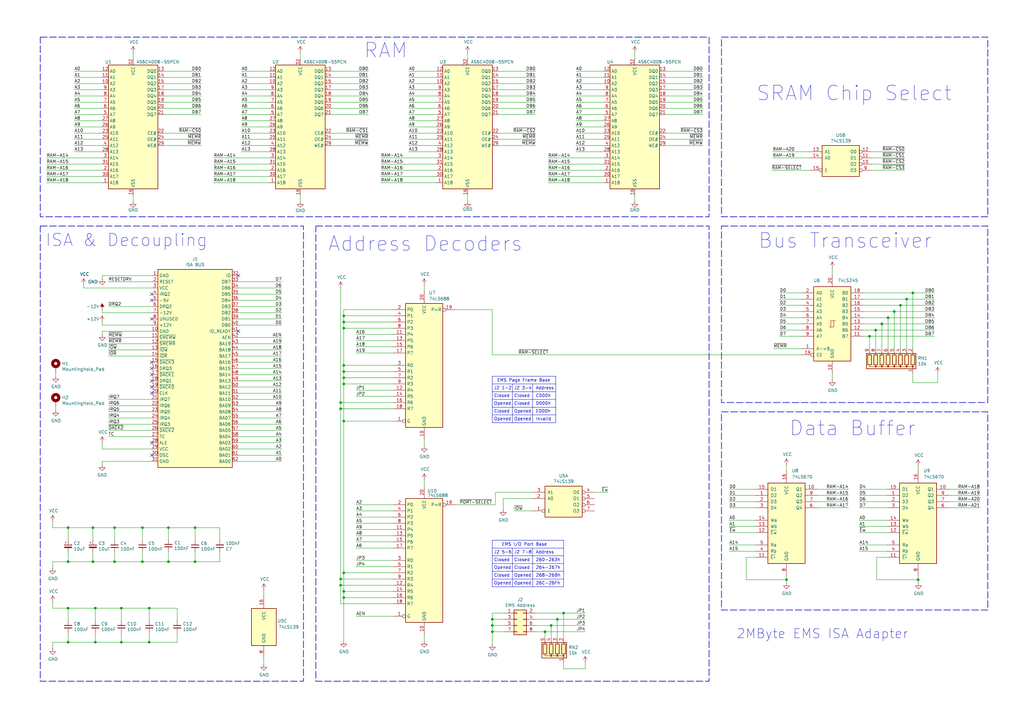
<source format=kicad_sch>
(kicad_sch (version 20231120) (generator "eeschema") (generator_version "8.0")
  (paper "A3")
  (title_block (title "EMS ISA Adapter") (date "2025-01-29") (rev "1.0") (company "RetroBite"))
  (junction (at 38.1 216.408))
  (junction (at 201.93 256.54))
  (junction (at 140.97 245.11))
  (junction (at 49.784 249.428))
  (junction (at 27.94 230.378))
  (junction (at 364.236 130.302))
  (junction (at 58.42 230.378))
  (junction (at 69.088 230.378))
  (junction (at 201.93 259.08))
  (junction (at 223.52 259.08))
  (junction (at 140.97 172.72))
  (junction (at 140.97 242.57))
  (junction (at 27.94 249.428))
  (junction (at 374.396 120.142))
  (junction (at 39.116 263.398))
  (junction (at 61.214 263.398))
  (junction (at 140.97 152.4))
  (junction (at 27.94 263.398))
  (junction (at 140.97 157.48))
  (junction (at 201.93 254))
  (junction (at 46.99 230.378))
  (junction (at 38.1 230.378))
  (junction (at 376.555 237.744))
  (junction (at 80.01 230.378))
  (junction (at 139.7 240.03))
  (junction (at 80.01 216.408))
  (junction (at 139.7 167.64))
  (junction (at 140.97 149.86))
  (junction (at 140.97 129.54))
  (junction (at 27.94 216.408))
  (junction (at 49.784 263.398))
  (junction (at 369.316 125.222))
  (junction (at 366.776 127.762))
  (junction (at 39.116 249.428))
  (junction (at 46.99 216.408))
  (junction (at 359.156 135.382))
  (junction (at 226.06 256.54))
  (junction (at 361.696 132.842))
  (junction (at 139.7 237.49))
  (junction (at 58.42 216.408))
  (junction (at 139.7 165.1))
  (junction (at 69.088 216.408))
  (junction (at 322.58 237.744))
  (junction (at 61.214 249.428))
  (junction (at 231.14 251.46))
  (junction (at 356.616 137.922))
  (junction (at 371.856 122.682))
  (junction (at 140.97 154.94))
  (junction (at 228.6 254))
  (junction (at 140.97 134.62))
  (junction (at 140.97 132.08))
  (junction (at 140.97 234.95))
  (no_connect (at 62.23 148.59))
  (no_connect (at 62.23 156.21))
  (no_connect (at 62.23 151.13))
  (no_connect (at 97.79 113.03))
  (no_connect (at 62.23 161.29))
  (no_connect (at 97.79 135.89))
  (no_connect (at 62.23 181.61))
  (no_connect (at 62.23 153.67))
  (no_connect (at 62.23 120.65))
  (no_connect (at 62.23 186.69))
  (no_connect (at 62.23 123.19))
  (no_connect (at 62.23 130.81))
  (no_connect (at 62.23 158.75))
  (wire (pts (xy 273.05 39.37) (xy 288.29 39.37)))
  (wire (pts (xy 161.29 172.72) (xy 140.97 172.72)))
  (wire (pts (xy 41.91 39.37) (xy 30.48 39.37)))
  (wire (pts (xy 62.23 166.37) (xy 44.45 166.37)))
  (wire (pts (xy 115.57 179.07) (xy 97.79 179.07)))
  (wire (pts (xy 69.088 216.408) (xy 69.088 221.234)))
  (wire (pts (xy 363.855 228.6) (xy 359.537 228.6)))
  (wire (pts (xy 135.89 29.21) (xy 151.13 29.21)))
  (wire (pts (xy 140.97 149.86) (xy 140.97 152.4)))
  (wire (pts (xy 223.52 261.62) (xy 223.52 259.08)))
  (wire (pts (xy 219.71 251.46) (xy 231.14 251.46)))
  (wire (pts (xy 231.14 271.78) (xy 231.14 274.32)))
  (wire (pts (xy 376.555 237.744) (xy 376.682 237.744)))
  (wire (pts (xy 41.91 69.85) (xy 19.05 69.85)))
  (wire (pts (xy 210.82 209.55) (xy 218.44 209.55)))
  (polyline (pts (xy 201.93 231.14) (xy 231.14 231.14)))
  (wire (pts (xy 231.14 251.46) (xy 240.03 251.46)))
  (polyline (pts (xy 201.93 170.18) (xy 227.965 170.18)))
  (wire (pts (xy 115.57 138.43) (xy 97.79 138.43)))
  (wire (pts (xy 366.776 127.762) (xy 383.286 127.762)))
  (wire (pts (xy 115.57 120.65) (xy 97.79 120.65)))
  (wire (pts (xy 328.676 122.682) (xy 319.786 122.682)))
  (polyline (pts (xy 201.93 163.83) (xy 227.965 163.83)))
  (wire (pts (xy 161.29 229.87) (xy 146.05 229.87)))
  (wire (pts (xy 110.49 57.15) (xy 99.06 57.15)))
  (wire (pts (xy 140.97 242.57) (xy 140.97 245.11)))
  (wire (pts (xy 41.91 190.5) (xy 41.91 189.23)))
  (wire (pts (xy 299.085 205.74) (xy 309.88 205.74)))
  (wire (pts (xy 161.29 209.55) (xy 146.05 209.55)))
  (wire (pts (xy 41.91 64.77) (xy 19.05 64.77)))
  (wire (pts (xy 359.156 143.002) (xy 359.156 135.382)))
  (wire (pts (xy 61.214 263.398) (xy 72.644 263.398)))
  (wire (pts (xy 62.23 125.73) (xy 44.45 125.73)))
  (wire (pts (xy 110.49 36.83) (xy 99.06 36.83)))
  (wire (pts (xy 46.99 216.408) (xy 58.42 216.408)))
  (wire (pts (xy 247.65 49.53) (xy 236.22 49.53)))
  (wire (pts (xy 247.65 57.15) (xy 236.22 57.15)))
  (wire (pts (xy 115.57 140.97) (xy 97.79 140.97)))
  (polyline (pts (xy 218.44 224.79) (xy 218.44 240.665)))
  (wire (pts (xy 110.49 52.07) (xy 99.06 52.07)))
  (wire (pts (xy 115.57 166.37) (xy 97.79 166.37)))
  (wire (pts (xy 41.91 52.07) (xy 30.48 52.07)))
  (wire (pts (xy 161.29 162.56) (xy 146.05 162.56)))
  (wire (pts (xy 41.91 132.08) (xy 41.91 133.35)))
  (wire (pts (xy 371.856 122.682) (xy 383.286 122.682)))
  (wire (pts (xy 139.7 240.03) (xy 139.7 237.49)))
  (wire (pts (xy 354.076 120.142) (xy 374.396 120.142)))
  (wire (pts (xy 22.86 154.178) (xy 22.86 152.908)))
  (wire (pts (xy 49.784 249.428) (xy 61.214 249.428)))
  (wire (pts (xy 231.14 274.32) (xy 240.03 274.32)))
  (wire (pts (xy 39.116 259.588) (xy 39.116 263.398)))
  (wire (pts (xy 110.49 59.69) (xy 99.06 59.69)))
  (wire (pts (xy 38.1 216.408) (xy 46.99 216.408)))
  (wire (pts (xy 299.085 223.52) (xy 309.88 223.52)))
  (wire (pts (xy 204.47 31.75) (xy 219.71 31.75)))
  (wire (pts (xy 161.29 134.62) (xy 140.97 134.62)))
  (wire (pts (xy 41.91 44.45) (xy 30.48 44.45)))
  (wire (pts (xy 335.28 203.2) (xy 347.98 203.2)))
  (wire (pts (xy 299.085 213.36) (xy 309.88 213.36)))
  (wire (pts (xy 90.17 216.408) (xy 90.17 221.488)))
  (wire (pts (xy 369.316 125.222) (xy 383.286 125.222)))
  (wire (pts (xy 27.94 249.428) (xy 39.116 249.428)))
  (wire (pts (xy 179.07 72.39) (xy 156.21 72.39)))
  (wire (pts (xy 80.01 221.488) (xy 80.01 216.408)))
  (wire (pts (xy 140.97 234.95) (xy 161.29 234.95)))
  (wire (pts (xy 161.29 139.7) (xy 146.05 139.7)))
  (wire (pts (xy 58.42 221.488) (xy 58.42 216.408)))
  (wire (pts (xy 228.6 254) (xy 240.03 254)))
  (wire (pts (xy 374.396 153.162) (xy 374.396 156.972)))
  (wire (pts (xy 231.14 261.62) (xy 231.14 251.46)))
  (wire (pts (xy 161.29 207.01) (xy 146.05 207.01)))
  (wire (pts (xy 228.6 261.62) (xy 228.6 254)))
  (wire (pts (xy 247.65 36.83) (xy 236.22 36.83)))
  (wire (pts (xy 41.91 34.29) (xy 30.48 34.29)))
  (wire (pts (xy 135.89 41.91) (xy 151.13 41.91)))
  (wire (pts (xy 62.23 115.57) (xy 44.45 115.57)))
  (wire (pts (xy 247.65 64.77) (xy 224.79 64.77)))
  (wire (pts (xy 110.49 34.29) (xy 99.06 34.29)))
  (wire (pts (xy 223.52 259.08) (xy 240.03 259.08)))
  (wire (pts (xy 299.085 226.06) (xy 309.88 226.06)))
  (polyline (pts (xy 201.93 224.79) (xy 231.14 224.79)))
  (wire (pts (xy 179.07 74.93) (xy 156.21 74.93)))
  (wire (pts (xy 179.07 62.23) (xy 167.64 62.23)))
  (wire (pts (xy 110.49 72.39) (xy 87.63 72.39)))
  (wire (pts (xy 38.1 226.568) (xy 38.1 230.378)))
  (wire (pts (xy 247.65 54.61) (xy 236.22 54.61)))
  (polyline (pts (xy 210.185 224.79) (xy 210.185 240.665)))
  (wire (pts (xy 322.58 239.014) (xy 322.58 237.744)))
  (wire (pts (xy 135.89 46.99) (xy 151.13 46.99)))
  (wire (pts (xy 41.91 181.61) (xy 41.91 184.15)))
  (wire (pts (xy 161.29 237.49) (xy 139.7 237.49)))
  (wire (pts (xy 38.1 216.408) (xy 38.1 221.488)))
  (wire (pts (xy 240.03 274.32) (xy 240.03 271.78)))
  (wire (pts (xy 316.865 62.23) (xy 332.105 62.23)))
  (wire (pts (xy 67.31 44.45) (xy 82.55 44.45)))
  (wire (pts (xy 69.088 230.378) (xy 80.01 230.378)))
  (wire (pts (xy 49.784 263.398) (xy 61.214 263.398)))
  (wire (pts (xy 328.676 132.842) (xy 319.786 132.842)))
  (wire (pts (xy 27.94 216.408) (xy 27.94 221.488)))
  (wire (pts (xy 203.2 201.93) (xy 218.44 201.93)))
  (wire (pts (xy 58.42 226.568) (xy 58.42 230.378)))
  (wire (pts (xy 328.676 125.222) (xy 319.786 125.222)))
  (wire (pts (xy 67.31 54.61) (xy 82.55 54.61)))
  (wire (pts (xy 27.94 230.378) (xy 27.94 226.568)))
  (wire (pts (xy 21.59 263.398) (xy 21.59 265.938)))
  (wire (pts (xy 316.484 69.85) (xy 332.105 69.85)))
  (wire (pts (xy 207.01 259.08) (xy 201.93 259.08)))
  (wire (pts (xy 67.31 46.99) (xy 82.55 46.99)))
  (polyline (pts (xy 201.93 160.655) (xy 227.965 160.655)))
  (wire (pts (xy 357.505 62.23) (xy 371.094 62.23)))
  (wire (pts (xy 369.316 143.002) (xy 369.316 125.222)))
  (wire (pts (xy 62.23 171.45) (xy 44.45 171.45)))
  (wire (pts (xy 115.57 158.75) (xy 97.79 158.75)))
  (wire (pts (xy 140.97 245.11) (xy 140.97 262.89)))
  (polyline (pts (xy 201.93 240.665) (xy 231.14 240.665)))
  (wire (pts (xy 352.425 218.44) (xy 363.855 218.44)))
  (wire (pts (xy 354.076 125.222) (xy 369.316 125.222)))
  (wire (pts (xy 115.57 125.73) (xy 97.79 125.73)))
  (wire (pts (xy 179.07 41.91) (xy 167.64 41.91)))
  (wire (pts (xy 179.07 31.75) (xy 167.64 31.75)))
  (wire (pts (xy 186.69 127) (xy 201.93 127)))
  (wire (pts (xy 123.19 80.01) (xy 123.19 82.55)))
  (wire (pts (xy 135.89 34.29) (xy 151.13 34.29)))
  (wire (pts (xy 110.49 62.23) (xy 99.06 62.23)))
  (polyline (pts (xy 201.93 154.305) (xy 201.93 173.355)))
  (wire (pts (xy 140.97 172.72) (xy 140.97 234.95)))
  (wire (pts (xy 247.65 41.91) (xy 236.22 41.91)))
  (wire (pts (xy 328.676 137.922) (xy 319.786 137.922)))
  (wire (pts (xy 354.076 122.682) (xy 371.856 122.682)))
  (wire (pts (xy 161.29 212.09) (xy 146.05 212.09)))
  (wire (pts (xy 115.57 173.99) (xy 97.79 173.99)))
  (wire (pts (xy 201.93 127) (xy 201.93 145.542)))
  (wire (pts (xy 364.236 143.002) (xy 364.236 130.302)))
  (wire (pts (xy 46.99 221.488) (xy 46.99 216.408)))
  (wire (pts (xy 115.57 115.57) (xy 97.79 115.57)))
  (wire (pts (xy 316.865 64.77) (xy 332.105 64.77)))
  (wire (pts (xy 161.29 214.63) (xy 146.05 214.63)))
  (wire (pts (xy 219.71 254) (xy 228.6 254)))
  (wire (pts (xy 80.01 216.408) (xy 90.17 216.408)))
  (wire (pts (xy 161.29 149.86) (xy 140.97 149.86)))
  (wire (pts (xy 41.91 54.61) (xy 30.48 54.61)))
  (wire (pts (xy 204.47 59.69) (xy 219.71 59.69)))
  (wire (pts (xy 207.01 251.46) (xy 201.93 251.46)))
  (wire (pts (xy 108.204 269.875) (xy 108.204 272.415)))
  (wire (pts (xy 161.29 129.54) (xy 140.97 129.54)))
  (wire (pts (xy 22.86 168.148) (xy 22.86 166.878)))
  (wire (pts (xy 299.085 203.2) (xy 309.88 203.2)))
  (wire (pts (xy 201.93 256.54) (xy 201.93 259.08)))
  (wire (pts (xy 247.65 39.37) (xy 236.22 39.37)))
  (wire (pts (xy 62.23 173.99) (xy 44.45 173.99)))
  (polyline (pts (xy 210.185 157.48) (xy 210.185 173.355)))
  (wire (pts (xy 273.05 59.69) (xy 288.29 59.69)))
  (wire (pts (xy 243.84 201.93) (xy 249.428 201.93)))
  (wire (pts (xy 328.676 127.762) (xy 319.786 127.762)))
  (wire (pts (xy 361.696 132.842) (xy 383.286 132.842)))
  (wire (pts (xy 204.47 36.83) (xy 219.71 36.83)))
  (wire (pts (xy 201.93 145.542) (xy 328.676 145.542)))
  (wire (pts (xy 161.29 152.4) (xy 140.97 152.4)))
  (wire (pts (xy 41.91 135.89) (xy 62.23 135.89)))
  (wire (pts (xy 135.89 59.69) (xy 151.13 59.69)))
  (wire (pts (xy 179.07 34.29) (xy 167.64 34.29)))
  (wire (pts (xy 179.07 29.21) (xy 167.64 29.21)))
  (wire (pts (xy 41.91 133.35) (xy 62.23 133.35)))
  (wire (pts (xy 54.61 80.01) (xy 54.61 82.55)))
  (polyline (pts (xy 201.93 157.48) (xy 227.965 157.48)))
  (wire (pts (xy 374.396 120.142) (xy 383.286 120.142)))
  (wire (pts (xy 108.204 244.475) (xy 108.204 241.935)))
  (wire (pts (xy 41.91 128.27) (xy 62.23 128.27)))
  (wire (pts (xy 161.29 160.02) (xy 146.05 160.02)))
  (wire (pts (xy 247.65 67.31) (xy 224.79 67.31)))
  (wire (pts (xy 139.7 247.65) (xy 139.7 240.03)))
  (wire (pts (xy 204.47 41.91) (xy 219.71 41.91)))
  (wire (pts (xy 135.89 39.37) (xy 151.13 39.37)))
  (wire (pts (xy 179.07 69.85) (xy 156.21 69.85)))
  (wire (pts (xy 41.91 189.23) (xy 62.23 189.23)))
  (wire (pts (xy 115.57 133.35) (xy 97.79 133.35)))
  (wire (pts (xy 204.47 29.21) (xy 219.71 29.21)))
  (wire (pts (xy 135.89 54.61) (xy 151.13 54.61)))
  (wire (pts (xy 110.49 69.85) (xy 87.63 69.85)))
  (wire (pts (xy 179.07 64.77) (xy 156.21 64.77)))
  (wire (pts (xy 67.31 29.21) (xy 82.55 29.21)))
  (wire (pts (xy 110.49 54.61) (xy 99.06 54.61)))
  (wire (pts (xy 260.35 80.01) (xy 260.35 82.55)))
  (wire (pts (xy 41.91 72.39) (xy 19.05 72.39)))
  (wire (pts (xy 41.91 46.99) (xy 30.48 46.99)))
  (wire (pts (xy 173.99 260.35) (xy 173.99 262.89)))
  (wire (pts (xy 191.77 80.01) (xy 191.77 82.55)))
  (polyline (pts (xy 201.93 227.965) (xy 231.14 227.965)))
  (wire (pts (xy 110.49 44.45) (xy 99.06 44.45)))
  (wire (pts (xy 41.91 36.83) (xy 30.48 36.83)))
  (wire (pts (xy 115.57 151.13) (xy 97.79 151.13)))
  (wire (pts (xy 115.57 118.11) (xy 97.79 118.11)))
  (wire (pts (xy 306.07 228.6) (xy 306.07 237.744)))
  (wire (pts (xy 354.076 135.382) (xy 359.156 135.382)))
  (wire (pts (xy 203.2 207.01) (xy 203.2 201.93)))
  (wire (pts (xy 115.57 163.83) (xy 97.79 163.83)))
  (wire (pts (xy 41.91 67.31) (xy 19.05 67.31)))
  (wire (pts (xy 123.19 21.59) (xy 123.19 24.13)))
  (wire (pts (xy 110.49 29.21) (xy 99.06 29.21)))
  (wire (pts (xy 72.644 259.588) (xy 72.644 263.398)))
  (wire (pts (xy 67.31 34.29) (xy 82.55 34.29)))
  (wire (pts (xy 173.99 180.34) (xy 173.99 182.88)))
  (wire (pts (xy 260.35 21.59) (xy 260.35 24.13)))
  (wire (pts (xy 38.1 230.378) (xy 27.94 230.378)))
  (wire (pts (xy 247.65 72.39) (xy 224.79 72.39)))
  (wire (pts (xy 115.57 161.29) (xy 97.79 161.29)))
  (wire (pts (xy 49.784 259.588) (xy 49.784 263.398)))
  (wire (pts (xy 115.57 171.45) (xy 97.79 171.45)))
  (polyline (pts (xy 201.93 154.305) (xy 227.965 154.305)))
  (wire (pts (xy 161.29 157.48) (xy 140.97 157.48)))
  (wire (pts (xy 374.396 156.972) (xy 384.556 156.972)))
  (wire (pts (xy 62.23 176.53) (xy 44.45 176.53)))
  (wire (pts (xy 161.29 165.1) (xy 139.7 165.1)))
  (wire (pts (xy 371.856 143.002) (xy 371.856 122.682)))
  (wire (pts (xy 273.05 34.29) (xy 288.29 34.29)))
  (wire (pts (xy 161.29 167.64) (xy 139.7 167.64)))
  (wire (pts (xy 179.07 39.37) (xy 167.64 39.37)))
  (wire (pts (xy 161.29 224.79) (xy 146.05 224.79)))
  (wire (pts (xy 115.57 186.69) (xy 97.79 186.69)))
  (wire (pts (xy 39.116 249.428) (xy 49.784 249.428)))
  (wire (pts (xy 356.616 143.002) (xy 356.616 137.922)))
  (wire (pts (xy 139.7 165.1) (xy 139.7 118.11)))
  (wire (pts (xy 115.57 123.19) (xy 97.79 123.19)))
  (wire (pts (xy 179.07 54.61) (xy 167.64 54.61)))
  (wire (pts (xy 322.58 237.744) (xy 322.58 236.22)))
  (wire (pts (xy 115.57 168.91) (xy 97.79 168.91)))
  (wire (pts (xy 207.01 256.54) (xy 201.93 256.54)))
  (wire (pts (xy 140.97 132.08) (xy 140.97 134.62)))
  (wire (pts (xy 247.65 69.85) (xy 224.79 69.85)))
  (wire (pts (xy 357.505 67.31) (xy 371.094 67.31)))
  (wire (pts (xy 247.65 52.07) (xy 236.22 52.07)))
  (wire (pts (xy 140.97 242.57) (xy 161.29 242.57)))
  (wire (pts (xy 179.07 59.69) (xy 167.64 59.69)))
  (wire (pts (xy 161.29 142.24) (xy 146.05 142.24)))
  (wire (pts (xy 115.57 156.21) (xy 97.79 156.21)))
  (wire (pts (xy 161.29 252.73) (xy 146.05 252.73)))
  (wire (pts (xy 364.236 130.302) (xy 383.286 130.302)))
  (wire (pts (xy 115.57 176.53) (xy 97.79 176.53)))
  (wire (pts (xy 354.076 132.842) (xy 361.696 132.842)))
  (wire (pts (xy 62.23 140.97) (xy 44.45 140.97)))
  (wire (pts (xy 135.89 44.45) (xy 151.13 44.45)))
  (wire (pts (xy 357.505 69.85) (xy 371.094 69.85)))
  (wire (pts (xy 335.28 200.66) (xy 347.98 200.66)))
  (wire (pts (xy 139.7 167.64) (xy 139.7 165.1)))
  (wire (pts (xy 27.94 263.398) (xy 39.116 263.398)))
  (wire (pts (xy 58.42 216.408) (xy 69.088 216.408)))
  (wire (pts (xy 140.97 245.11) (xy 161.29 245.11)))
  (wire (pts (xy 299.085 215.9) (xy 309.88 215.9)))
  (wire (pts (xy 173.99 196.85) (xy 173.99 199.39)))
  (wire (pts (xy 319.786 120.142) (xy 328.676 120.142)))
  (wire (pts (xy 67.31 31.75) (xy 82.55 31.75)))
  (wire (pts (xy 389.255 203.2) (xy 401.955 203.2)))
  (wire (pts (xy 204.47 57.15) (xy 219.71 57.15)))
  (wire (pts (xy 140.97 134.62) (xy 140.97 149.86)))
  (wire (pts (xy 359.537 237.744) (xy 376.555 237.744)))
  (wire (pts (xy 140.97 127) (xy 140.97 129.54)))
  (wire (pts (xy 67.31 36.83) (xy 82.55 36.83)))
  (wire (pts (xy 135.89 31.75) (xy 151.13 31.75)))
  (wire (pts (xy 161.29 232.41) (xy 146.05 232.41)))
  (wire (pts (xy 21.59 263.398) (xy 27.94 263.398)))
  (wire (pts (xy 299.085 200.66) (xy 309.88 200.66)))
  (polyline (pts (xy 201.93 221.615) (xy 231.14 221.615)))
  (wire (pts (xy 352.425 215.9) (xy 363.855 215.9)))
  (wire (pts (xy 139.7 237.49) (xy 139.7 167.64)))
  (wire (pts (xy 173.99 116.84) (xy 173.99 119.38)))
  (wire (pts (xy 110.49 74.93) (xy 87.63 74.93)))
  (wire (pts (xy 41.91 184.15) (xy 62.23 184.15)))
  (wire (pts (xy 273.05 31.75) (xy 288.29 31.75)))
  (wire (pts (xy 39.116 263.398) (xy 49.784 263.398)))
  (wire (pts (xy 41.91 57.15) (xy 30.48 57.15)))
  (wire (pts (xy 247.65 62.23) (xy 236.22 62.23)))
  (wire (pts (xy 179.07 57.15) (xy 167.64 57.15)))
  (wire (pts (xy 110.49 31.75) (xy 99.06 31.75)))
  (wire (pts (xy 328.676 143.002) (xy 317.246 143.002)))
  (polyline (pts (xy 218.44 157.48) (xy 218.44 173.355)))
  (wire (pts (xy 34.29 116.84) (xy 34.29 118.11)))
  (wire (pts (xy 27.94 254.508) (xy 27.94 249.428)))
  (wire (pts (xy 161.29 247.65) (xy 139.7 247.65)))
  (wire (pts (xy 179.07 52.07) (xy 167.64 52.07)))
  (wire (pts (xy 58.42 230.378) (xy 69.088 230.378)))
  (wire (pts (xy 247.65 74.93) (xy 224.79 74.93)))
  (wire (pts (xy 204.47 54.61) (xy 219.71 54.61)))
  (wire (pts (xy 273.05 46.99) (xy 288.29 46.99)))
  (wire (pts (xy 179.07 49.53) (xy 167.64 49.53)))
  (wire (pts (xy 62.23 179.07) (xy 44.45 179.07)))
  (wire (pts (xy 21.59 213.868) (xy 21.59 216.408)))
  (wire (pts (xy 41.91 62.23) (xy 30.48 62.23)))
  (wire (pts (xy 247.65 31.75) (xy 236.22 31.75)))
  (wire (pts (xy 247.65 59.69) (xy 236.22 59.69)))
  (wire (pts (xy 140.97 157.48) (xy 140.97 172.72)))
  (wire (pts (xy 115.57 189.23) (xy 97.79 189.23)))
  (wire (pts (xy 354.076 130.302) (xy 364.236 130.302)))
  (wire (pts (xy 299.085 218.44) (xy 309.88 218.44)))
  (wire (pts (xy 161.29 222.25) (xy 146.05 222.25)))
  (wire (pts (xy 341.376 153.162) (xy 341.376 155.702)))
  (wire (pts (xy 110.49 67.31) (xy 87.63 67.31)))
  (wire (pts (xy 352.425 208.28) (xy 363.855 208.28)))
  (wire (pts (xy 352.425 205.74) (xy 363.855 205.74)))
  (wire (pts (xy 247.65 29.21) (xy 236.22 29.21)))
  (wire (pts (xy 328.676 130.302) (xy 319.786 130.302)))
  (wire (pts (xy 247.65 34.29) (xy 236.22 34.29)))
  (wire (pts (xy 161.29 132.08) (xy 140.97 132.08)))
  (wire (pts (xy 366.776 143.002) (xy 366.776 127.762)))
  (wire (pts (xy 161.29 144.78) (xy 146.05 144.78)))
  (wire (pts (xy 201.93 254) (xy 201.93 256.54)))
  (wire (pts (xy 361.696 143.002) (xy 361.696 132.842)))
  (polyline (pts (xy 201.93 221.615) (xy 201.93 240.665)))
  (wire (pts (xy 140.97 129.54) (xy 140.97 132.08)))
  (wire (pts (xy 41.91 49.53) (xy 30.48 49.53)))
  (wire (pts (xy 61.214 254.508) (xy 61.214 249.428)))
  (wire (pts (xy 110.49 49.53) (xy 99.06 49.53)))
  (wire (pts (xy 140.97 152.4) (xy 140.97 154.94)))
  (wire (pts (xy 90.17 230.378) (xy 90.17 226.568)))
  (wire (pts (xy 376.682 237.744) (xy 376.682 239.014)))
  (wire (pts (xy 299.085 208.28) (xy 309.88 208.28)))
  (wire (pts (xy 67.31 39.37) (xy 82.55 39.37)))
  (wire (pts (xy 247.65 46.99) (xy 236.22 46.99)))
  (wire (pts (xy 247.65 44.45) (xy 236.22 44.45)))
  (wire (pts (xy 80.01 226.568) (xy 80.01 230.378)))
  (wire (pts (xy 204.47 39.37) (xy 219.71 39.37)))
  (wire (pts (xy 62.23 143.51) (xy 44.45 143.51)))
  (wire (pts (xy 110.49 39.37) (xy 99.06 39.37)))
  (wire (pts (xy 186.69 207.01) (xy 203.2 207.01)))
  (wire (pts (xy 352.425 223.52) (xy 363.855 223.52)))
  (wire (pts (xy 115.57 181.61) (xy 97.79 181.61)))
  (wire (pts (xy 207.01 254) (xy 201.93 254)))
  (wire (pts (xy 161.29 217.17) (xy 146.05 217.17)))
  (wire (pts (xy 115.57 143.51) (xy 97.79 143.51)))
  (wire (pts (xy 140.97 154.94) (xy 140.97 157.48)))
  (polyline (pts (xy 227.965 154.305) (xy 227.965 173.355)))
  (wire (pts (xy 62.23 163.83) (xy 44.45 163.83)))
  (polyline (pts (xy 231.14 221.615) (xy 231.14 240.665)))
  (wire (pts (xy 80.01 230.378) (xy 90.17 230.378)))
  (wire (pts (xy 204.47 44.45) (xy 219.71 44.45)))
  (wire (pts (xy 273.05 29.21) (xy 288.29 29.21)))
  (wire (pts (xy 226.06 256.54) (xy 240.03 256.54)))
  (wire (pts (xy 49.784 254.508) (xy 49.784 249.428)))
  (wire (pts (xy 161.29 240.03) (xy 139.7 240.03)))
  (wire (pts (xy 27.94 259.588) (xy 27.94 263.398)))
  (wire (pts (xy 328.676 135.382) (xy 319.786 135.382)))
  (wire (pts (xy 34.29 118.11) (xy 62.23 118.11)))
  (wire (pts (xy 61.214 249.428) (xy 72.644 249.428)))
  (wire (pts (xy 376.555 236.22) (xy 376.555 237.744)))
  (wire (pts (xy 352.425 226.06) (xy 363.855 226.06)))
  (wire (pts (xy 41.91 41.91) (xy 30.48 41.91)))
  (wire (pts (xy 218.44 204.47) (xy 206.375 204.47)))
  (wire (pts (xy 46.99 226.568) (xy 46.99 230.378)))
  (polyline (pts (xy 201.93 234.315) (xy 231.14 234.315)))
  (wire (pts (xy 191.77 21.59) (xy 191.77 24.13)))
  (wire (pts (xy 39.116 254.508) (xy 39.116 249.428)))
  (wire (pts (xy 41.91 113.03) (xy 62.23 113.03)))
  (wire (pts (xy 135.89 36.83) (xy 151.13 36.83)))
  (wire (pts (xy 110.49 64.77) (xy 87.63 64.77)))
  (wire (pts (xy 67.31 57.15) (xy 82.55 57.15)))
  (wire (pts (xy 352.425 213.36) (xy 363.855 213.36)))
  (wire (pts (xy 354.076 127.762) (xy 366.776 127.762)))
  (wire (pts (xy 72.644 254.508) (xy 72.644 249.428)))
  (wire (pts (xy 161.29 127) (xy 140.97 127)))
  (wire (pts (xy 341.376 109.982) (xy 341.376 112.522)))
  (wire (pts (xy 140.97 234.95) (xy 140.97 242.57)))
  (wire (pts (xy 110.49 41.91) (xy 99.06 41.91)))
  (wire (pts (xy 27.94 216.408) (xy 38.1 216.408)))
  (wire (pts (xy 41.91 135.89) (xy 41.91 137.16)))
  (wire (pts (xy 273.05 44.45) (xy 288.29 44.45)))
  (wire (pts (xy 389.255 208.28) (xy 401.955 208.28)))
  (wire (pts (xy 179.07 44.45) (xy 167.64 44.45)))
  (wire (pts (xy 201.93 251.46) (xy 201.93 254)))
  (wire (pts (xy 62.23 146.05) (xy 44.45 146.05)))
  (wire (pts (xy 61.214 259.588) (xy 61.214 263.398)))
  (polyline (pts (xy 201.93 173.355) (xy 227.965 173.355)))
  (wire (pts (xy 335.28 205.74) (xy 347.98 205.74)))
  (wire (pts (xy 359.537 228.6) (xy 359.537 237.744)))
  (wire (pts (xy 115.57 128.27) (xy 97.79 128.27)))
  (wire (pts (xy 226.06 261.62) (xy 226.06 256.54)))
  (wire (pts (xy 389.255 200.66) (xy 401.955 200.66)))
  (wire (pts (xy 354.076 137.922) (xy 356.616 137.922)))
  (wire (pts (xy 161.29 154.94) (xy 140.97 154.94)))
  (wire (pts (xy 41.91 29.21) (xy 30.48 29.21)))
  (wire (pts (xy 21.59 249.428) (xy 27.94 249.428)))
  (wire (pts (xy 273.05 57.15) (xy 288.29 57.15)))
  (wire (pts (xy 115.57 184.15) (xy 97.79 184.15)))
  (wire (pts (xy 219.71 259.08) (xy 223.52 259.08)))
  (wire (pts (xy 46.99 230.378) (xy 58.42 230.378)))
  (wire (pts (xy 115.57 130.81) (xy 97.79 130.81)))
  (wire (pts (xy 309.88 228.6) (xy 306.07 228.6)))
  (wire (pts (xy 67.31 41.91) (xy 82.55 41.91)))
  (wire (pts (xy 115.57 146.05) (xy 97.79 146.05)))
  (wire (pts (xy 179.07 36.83) (xy 167.64 36.83)))
  (wire (pts (xy 273.05 36.83) (xy 288.29 36.83)))
  (wire (pts (xy 204.47 34.29) (xy 219.71 34.29)))
  (wire (pts (xy 67.31 59.69) (xy 82.55 59.69)))
  (wire (pts (xy 41.91 74.93) (xy 19.05 74.93)))
  (wire (pts (xy 322.58 190.754) (xy 322.58 193.04)))
  (wire (pts (xy 161.29 137.16) (xy 146.05 137.16)))
  (wire (pts (xy 21.59 246.888) (xy 21.59 249.428)))
  (wire (pts (xy 21.59 230.378) (xy 21.59 232.918)))
  (wire (pts (xy 219.71 256.54) (xy 226.06 256.54)))
  (wire (pts (xy 41.91 127) (xy 41.91 128.27)))
  (wire (pts (xy 110.49 46.99) (xy 99.06 46.99)))
  (polyline (pts (xy 201.93 167.005) (xy 227.965 167.005)))
  (wire (pts (xy 27.94 230.378) (xy 21.59 230.378)))
  (wire (pts (xy 306.07 237.744) (xy 322.58 237.744)))
  (wire (pts (xy 356.616 137.922) (xy 383.286 137.922)))
  (wire (pts (xy 69.088 226.314) (xy 69.088 230.378)))
  (wire (pts (xy 201.93 259.08) (xy 201.93 264.16)))
  (wire (pts (xy 54.61 21.59) (xy 54.61 24.13)))
  (wire (pts (xy 115.57 153.67) (xy 97.79 153.67)))
  (wire (pts (xy 204.47 46.99) (xy 219.71 46.99)))
  (wire (pts (xy 206.375 204.47) (xy 206.375 208.915)))
  (wire (pts (xy 359.156 135.382) (xy 383.286 135.382)))
  (wire (pts (xy 374.396 143.002) (xy 374.396 120.142)))
  (wire (pts (xy 115.57 148.59) (xy 97.79 148.59)))
  (wire (pts (xy 384.556 156.972) (xy 384.556 153.162)))
  (wire (pts (xy 357.505 64.77) (xy 371.094 64.77)))
  (wire (pts (xy 389.255 205.74) (xy 401.955 205.74)))
  (wire (pts (xy 62.23 168.91) (xy 44.45 168.91)))
  (wire (pts (xy 38.1 230.378) (xy 46.99 230.378)))
  (polyline (pts (xy 201.93 237.49) (xy 231.14 237.49)))
  (wire (pts (xy 41.91 31.75) (xy 30.48 31.75)))
  (wire (pts (xy 335.28 208.28) (xy 347.98 208.28)))
  (wire (pts (xy 179.07 67.31) (xy 156.21 67.31)))
  (wire (pts (xy 41.91 113.03) (xy 41.91 114.3)))
  (wire (pts (xy 69.088 216.408) (xy 80.01 216.408)))
  (wire (pts (xy 161.29 219.71) (xy 146.05 219.71)))
  (wire (pts (xy 273.05 54.61) (xy 288.29 54.61)))
  (wire (pts (xy 179.07 46.99) (xy 167.64 46.99)))
  (wire (pts (xy 41.91 59.69) (xy 30.48 59.69)))
  (wire (pts (xy 376.555 191.135) (xy 376.555 193.04)))
  (wire (pts (xy 352.425 203.2) (xy 363.855 203.2)))
  (wire (pts (xy 135.89 57.15) (xy 151.13 57.15)))
  (wire (pts (xy 273.05 41.91) (xy 288.29 41.91)))
  (wire (pts (xy 352.425 200.66) (xy 363.855 200.66)))
  (wire (pts (xy 27.94 216.408) (xy 21.59 216.408)))
  (wire (pts (xy 62.23 138.43) (xy 44.45 138.43)))
  (rectangle (start 16.51 15.24) (end 290.83 88.9) (stroke (width 0.254) (type dash)))
  (rectangle (start 295.91 15.24) (end 405.13 88.9) (stroke (width 0.254) (type dash)))
  (rectangle (start 129.54 92.71) (end 290.83 279.4) (stroke (width 0.254) (type dash)))
  (rectangle (start 295.91 92.71) (end 405.13 165.1) (stroke (width 0.254) (type dash)))
  (rectangle (start 295.91 168.91) (end 405.13 250.19) (stroke (width 0.254) (type dash)))
  (rectangle (start 16.51 92.71) (end 124.46 279.4) (stroke (width 0.254) (type dash)))
  (text "Closed" (at 210.82 233.68 0) (effects (font (size 1.27 1.27)) (justify left bottom)))
  (text "C000h" (at 219.71 163.195 0) (effects (font (size 1.27 1.27)) (justify left bottom)))
  (text "J2 5-6" (at 202.565 227.33 0) (effects (font (size 1.27 1.27)) (justify left bottom)))
  (text "26C-26Fh" (at 219.71 240.03 0) (effects (font (size 1.27 1.27)) (justify left bottom)))
  (text "2MByte EMS ISA Adapter" (at 337.312 260.096 0) (effects (font (size 3.81 3.81))))
  (text "Closed" (at 210.82 163.195 0) (effects (font (size 1.27 1.27)) (justify left bottom)))
  (text "D000h" (at 219.71 166.37 0) (effects (font (size 1.27 1.27)) (justify left bottom)))
  (text "Closed" (at 210.82 230.505 0) (effects (font (size 1.27 1.27)) (justify left bottom)))
  (text "SRAM Chip Select" (at 310.134 41.91 0) (effects (font (size 5.9944 5.9944)) (justify left bottom)))
  (text "Closed" (at 202.565 236.855 0) (effects (font (size 1.27 1.27)) (justify left bottom)))
  (text "Bus Transceiver" (at 310.896 102.362 0) (effects (font (size 5.9944 5.9944)) (justify left bottom)))
  (text "EMS Page Frame Base" (at 203.835 156.845 0) (effects (font (size 1.27 1.27)) (justify left bottom)))
  (text "Invalid" (at 219.71 172.72 0) (effects (font (size 1.27 1.27)) (justify left bottom)))
  (text "EMS I/O Port Base" (at 205.74 224.155 0) (effects (font (size 1.27 1.27)) (justify left bottom)))
  (text "Address" (at 219.71 160.02 0) (effects (font (size 1.27 1.27)) (justify left bottom)))
  (text "Address Decoders" (at 134.366 103.632 0) (effects (font (size 5.9944 5.9944)) (justify left bottom)))
  (text "Closed" (at 202.565 169.545 0) (effects (font (size 1.27 1.27)) (justify left bottom)))
  (text "Address" (at 219.71 227.33 0) (effects (font (size 1.27 1.27)) (justify left bottom)))
  (text "264-267h" (at 219.71 233.68 0) (effects (font (size 1.27 1.27)) (justify left bottom)))
  (text "J2 7-8" (at 210.82 227.33 0) (effects (font (size 1.27 1.27)) (justify left bottom)))
  (text "Opened" (at 210.82 169.545 0) (effects (font (size 1.27 1.27)) (justify left bottom)))
  (text "Data Buffer" (at 323.596 179.324 0) (effects (font (size 5.9944 5.9944)) (justify left bottom)))
  (text "ISA & Decoupling" (at 18.542 101.6 0) (effects (font (size 5.0038 5.0038)) (justify left bottom)))
  (text "Closed" (at 202.565 163.195 0) (effects (font (size 1.27 1.27)) (justify left bottom)))
  (text "Opened" (at 202.565 233.68 0) (effects (font (size 1.27 1.27)) (justify left bottom)))
  (text "J2 3-4" (at 210.82 160.02 0) (effects (font (size 1.27 1.27)) (justify left bottom)))
  (text "Opened" (at 202.565 240.03 0) (effects (font (size 1.27 1.27)) (justify left bottom)))
  (text "Opened" (at 202.565 172.72 0) (effects (font (size 1.27 1.27)) (justify left bottom)))
  (text "268-26Bh" (at 219.71 236.855 0) (effects (font (size 1.27 1.27)) (justify left bottom)))
  (text "RAM" (at 149.098 24.384 0) (effects (font (size 5.9944 5.9944)) (justify left bottom)))
  (text "Closed" (at 202.565 230.505 0) (effects (font (size 1.27 1.27)) (justify left bottom)))
  (text "E000h" (at 219.71 169.545 0) (effects (font (size 1.27 1.27)) (justify left bottom)))
  (text "Opened" (at 210.82 240.03 0) (effects (font (size 1.27 1.27)) (justify left bottom)))
  (text "Closed" (at 210.82 166.37 0) (effects (font (size 1.27 1.27)) (justify left bottom)))
  (text "J2 1-2" (at 202.565 160.02 0) (effects (font (size 1.27 1.27)) (justify left bottom)))
  (text "260-263h" (at 219.71 230.505 0) (effects (font (size 1.27 1.27)) (justify left bottom)))
  (text "Opened" (at 202.565 166.37 0) (effects (font (size 1.27 1.27)) (justify left bottom)))
  (text "Opened" (at 210.82 172.72 0) (effects (font (size 1.27 1.27)) (justify left bottom)))
  (text "Opened" (at 210.82 236.855 0) (effects (font (size 1.27 1.27)) (justify left bottom)))
  (label "DRQ2" (at 44.45 125.73 0))
  (label "A2" (at 99.06 34.29 0))
  (label "A16" (at 115.57 148.59 180))
  (label "DB1" (at 383.286 122.682 180))
  (label "D0" (at 319.786 120.142 0))
  (label "~{IOR}" (at 44.45 146.05 0))
  (label "D6" (at 352.425 205.74 0))
  (label "~{MEMW}" (at 288.29 59.69 180))
  (label "A8" (at 30.48 49.53 0))
  (label "A6" (at 236.22 44.45 0))
  (label "D0" (at 115.57 133.35 180))
  (label "DB3" (at 82.55 36.83 180))
  (label "A8" (at 99.06 49.53 0))
  (label "A10" (at 236.22 54.61 0))
  (label "A15" (at 352.425 226.06 0))
  (label "D3" (at 115.57 125.73 180))
  (label "AEN" (at 146.05 252.73 0))
  (label "A2" (at 115.57 184.15 180))
  (label "DB1" (at 288.29 31.75 180))
  (label "~{RAM-CS0}" (at 371.094 62.23 180))
  (label "A5" (at 167.64 41.91 0))
  (label "A11" (at 236.22 57.15 0))
  (label "DB7" (at 383.286 137.922 180))
  (label "A17" (at 115.57 146.05 180))
  (label "A0" (at 99.06 29.21 0))
  (label "A6" (at 99.06 44.45 0))
  (label "A0" (at 30.48 29.21 0))
  (label "DB7" (at 219.71 46.99 180))
  (label "A4" (at 115.57 179.07 180))
  (label "A4" (at 167.64 39.37 0))
  (label "A1" (at 352.425 215.9 0))
  (label "~{RAM-CS0}" (at 82.55 54.61 180))
  (label "A9" (at 167.64 52.07 0))
  (label "A6" (at 115.57 173.99 180))
  (label "D4" (at 352.425 200.66 0))
  (label "A7" (at 167.64 46.99 0))
  (label "DB7" (at 288.29 46.99 180))
  (label "RAM-A16" (at 19.05 69.85 0))
  (label "~{MEMW}" (at 151.13 59.69 180))
  (label "A5" (at 146.05 214.63 0))
  (label "DB2" (at 82.55 34.29 180))
  (label "A12" (at 30.48 59.69 0))
  (label "RAM-A20" (at 401.955 205.74 180))
  (label "DB4" (at 219.71 39.37 180))
  (label "A16" (at 146.05 137.16 0))
  (label "DB1" (at 151.13 31.75 180))
  (label "RAM-A14" (at 156.21 64.77 0))
  (label "IRQ4" (at 44.45 171.45 0))
  (label "RAM-A14" (at 224.79 64.77 0))
  (label "RAM-A19" (at 316.865 64.77 0))
  (label "RAM-A18" (at 19.05 74.93 0))
  (label "A7" (at 30.48 46.99 0))
  (label "~{PORT-SELECT}" (at 188.468 207.01 0))
  (label "RAM-A18" (at 156.21 74.93 0))
  (label "RAM-A18" (at 87.63 74.93 0))
  (label "JP3" (at 146.05 229.87 0))
  (label "A9" (at 115.57 166.37 180))
  (label "DB4" (at 82.55 39.37 180))
  (label "A9" (at 236.22 52.07 0))
  (label "D3" (at 299.085 208.28 0))
  (label "D1" (at 319.786 122.682 0))
  (label "DB6" (at 383.286 135.382 180))
  (label "DB6" (at 288.29 44.45 180))
  (label "RAM-A17" (at 224.79 72.39 0))
  (label "DB7" (at 151.13 46.99 180))
  (label "~{RAM-CS3}" (at 288.29 54.61 180))
  (label "DB6" (at 219.71 44.45 180))
  (label "A1" (at 115.57 186.69 180))
  (label "RAM-A15" (at 19.05 67.31 0))
  (label "~{RAM-CS1}" (at 371.094 64.77 180))
  (label "D5" (at 352.425 203.2 0))
  (label "DB2" (at 383.286 125.222 180))
  (label "A6" (at 146.05 224.79 0))
  (label "AEN" (at 115.57 138.43 180))
  (label "A7" (at 115.57 171.45 180))
  (label "~{RAM-SELECT}" (at 316.484 69.85 0))
  (label "DB0" (at 383.286 120.142 180))
  (label "D2" (at 319.786 125.222 0))
  (label "DB3" (at 383.286 127.762 180))
  (label "JP4" (at 146.05 232.41 0))
  (label "DB5" (at 219.71 41.91 180))
  (label "DB6" (at 82.55 44.45 180))
  (label "IRQ5" (at 44.45 168.91 0))
  (label "RAM-A18" (at 401.955 200.66 180))
  (label "RAM-A14" (at 87.63 64.77 0))
  (label "DB1" (at 219.71 31.75 180))
  (label "D5" (at 115.57 120.65 180))
  (label "D2" (at 299.085 205.74 0))
  (label "RAM-A21" (at 401.955 208.28 180))
  (label "DB1" (at 82.55 31.75 180))
  (label "A18" (at 146.05 142.24 0))
  (label "JP4" (at 240.03 259.08 180))
  (label "D2" (at 115.57 128.27 180))
  (label "A3" (at 115.57 181.61 180))
  (label "RAM-A17" (at 156.21 72.39 0))
  (label "JP1" (at 240.03 251.46 180))
  (label "A9" (at 99.06 52.07 0))
  (label "D6" (at 115.57 118.11 180))
  (label "DB3" (at 151.13 36.83 180))
  (label "A3" (at 99.06 36.83 0))
  (label "~{MEMR}" (at 82.55 57.15 180))
  (label "A1" (at 299.085 215.9 0))
  (label "A4" (at 99.06 39.37 0))
  (label "D4" (at 115.57 123.19 180))
  (label "DB5" (at 383.286 132.842 180))
  (label "~{RAM-CS2}" (at 371.094 67.31 180))
  (label "A18" (at 115.57 143.51 180))
  (label "DB5" (at 288.29 41.91 180))
  (label "RAM-A17" (at 19.05 72.39 0))
  (label "A13" (at 115.57 156.21 180))
  (label "A13" (at 167.64 62.23 0))
  (label "~{RAM-SELECT}" (at 212.598 145.542 0))
  (label "A4" (at 146.05 212.09 0))
  (label "DB2" (at 151.13 34.29 180))
  (label "~{MEMR}" (at 44.45 140.97 0))
  (label "A11" (at 99.06 57.15 0))
  (label "DB3" (at 219.71 36.83 180))
  (label "~{IOW}" (at 210.82 209.55 0))
  (label "A6" (at 30.48 44.45 0))
  (label "RAM-A16" (at 156.21 69.85 0))
  (label "RAM-A17" (at 87.63 72.39 0))
  (label "TC" (at 44.45 179.07 0))
  (label "A7" (at 236.22 46.99 0))
  (label "RAM-A20" (at 316.865 62.23 0))
  (label "A12" (at 236.22 59.69 0))
  (label "A0" (at 352.425 213.36 0))
  (label "A0" (at 299.085 213.36 0))
  (label "DB0" (at 82.55 29.21 180))
  (label "A2" (at 30.48 34.29 0))
  (label "A7" (at 146.05 222.25 0))
  (label "A15" (at 299.085 226.06 0))
  (label "A2" (at 167.64 34.29 0))
  (label "A3" (at 236.22 36.83 0))
  (label "A10" (at 30.48 54.61 0))
  (label "DB6" (at 151.13 44.45 180))
  (label "RAM-A15" (at 156.21 67.31 0))
  (label "A3" (at 146.05 209.55 0))
  (label "A5" (at 115.57 176.53 180))
  (label "JP2" (at 146.05 162.56 0))
  (label "A12" (at 115.57 158.75 180))
  (label "JP1" (at 146.05 160.02 0))
  (label "D1" (at 115.57 130.81 180))
  (label "DB7" (at 82.55 46.99 180))
  (label "DB0" (at 151.13 29.21 180))
  (label "A11" (at 30.48 57.15 0))
  (label "A7" (at 99.06 46.99 0))
  (label "A19" (at 115.57 140.97 180))
  (label "RESETDRV" (at 44.45 115.57 0))
  (label "DB4" (at 383.286 130.302 180))
  (label "RAM-A15" (at 224.79 67.31 0))
  (label "A13" (at 99.06 62.23 0))
  (label "A17" (at 146.05 139.7 0))
  (label "RAM-A16" (at 347.98 205.74 180))
  (label "A0" (at 167.64 29.21 0))
  (label "A15" (at 115.57 151.13 180))
  (label "~{MEMR}" (at 288.29 57.15 180))
  (label "A0" (at 115.57 189.23 180))
  (label "A3" (at 30.48 36.83 0))
  (label "D4" (at 319.786 130.302 0))
  (label "~{MEMW}" (at 82.55 59.69 180))
  (label "RAM-A15" (at 87.63 67.31 0))
  (label "IRQ3" (at 44.45 173.99 0))
  (label "RAM-A18" (at 224.79 74.93 0))
  (label "D3" (at 319.786 127.762 0))
  (label "~{RAM-CS1}" (at 151.13 54.61 180))
  (label "A1" (at 236.22 31.75 0))
  (label "A11" (at 167.64 57.15 0))
  (label "D7" (at 319.786 137.922 0))
  (label "DB4" (at 288.29 39.37 180))
  (label "RAM-A14" (at 347.98 200.66 180))
  (label "A10" (at 115.57 163.83 180))
  (label "A14" (at 352.425 223.52 0))
  (label "A12" (at 167.64 59.69 0))
  (label "DB0" (at 288.29 29.21 180))
  (label "~{Ew}" (at 299.085 218.44 0))
  (label "A2" (at 146.05 207.01 0))
  (label "DB2" (at 288.29 34.29 180))
  (label "A4" (at 30.48 39.37 0))
  (label "RAM-A16" (at 224.79 69.85 0))
  (label "RAM-A19" (at 401.955 203.2 180))
  (label "A9" (at 30.48 52.07 0))
  (label "A10" (at 167.64 54.61 0))
  (label "IRQ7" (at 44.45 163.83 0))
  (label "~{MEMR}" (at 317.246 143.002 0))
  (label "DB2" (at 219.71 34.29 180))
  (label "D5" (at 319.786 132.842 0))
  (label "~{MEMW}" (at 44.45 138.43 0))
  (label "DB5" (at 82.55 41.91 180))
  (label "A1" (at 167.64 31.75 0))
  (label "~{Ew}" (at 249.428 201.93 180))
  (label "A4" (at 236.22 39.37 0))
  (label "D0" (at 299.085 200.66 0))
  (label "D1" (at 299.085 203.2 0))
  (label "A0" (at 236.22 29.21 0))
  (label "A5" (at 99.06 41.91 0))
  (label "D6" (at 319.786 135.382 0))
  (label "DB4" (at 151.13 39.37 180))
  (label "RAM-A14" (at 19.05 64.77 0))
  (label "A19" (at 146.05 144.78 0))
  (label "A8" (at 146.05 219.71 0))
  (label "A1" (at 30.48 31.75 0))
  (label "JP3" (at 240.03 256.54 180))
  (label "A5" (at 236.22 41.91 0))
  (label "A13" (at 30.48 62.23 0))
  (label "RAM-A17" (at 347.98 208.28 180))
  (label "IRQ6" (at 44.45 166.37 0))
  (label "A1" (at 99.06 31.75 0))
  (label "D7" (at 115.57 115.57 180))
  (label "A11" (at 115.57 161.29 180))
  (label "A8" (at 115.57 168.91 180))
  (label "~{IOW}" (at 44.45 143.51 0))
  (label "A13" (at 236.22 62.23 0))
  (label "A14" (at 299.085 223.52 0))
  (label "~{MEMR}" (at 151.13 57.15 180))
  (label "A3" (at 167.64 36.83 0))
  (label "DB0" (at 219.71 29.21 180))
  (label "A12" (at 99.06 59.69 0))
  (label "RAM-A16" (at 87.63 69.85 0))
  (label "~{DACK2}" (at 44.45 176.53 0))
  (label "A6" (at 167.64 44.45 0))
  (label "~{MEMR}" (at 219.71 57.15 180))
  (label "D7" (at 352.425 208.28 0))
  (label "DB5" (at 151.13 41.91 180))
  (label "~{RAM-CS3}" (at 371.094 69.85 180))
  (label "A2" (at 236.22 34.29 0))
  (label "A9" (at 146.05 217.17 0))
  (label "~{Ew}" (at 352.425 218.44 0))
  (label "~{MEMW}" (at 219.71 59.69 180))
  (label "JP2" (at 240.03 254 180))
  (label "~{RAM-CS2}" (at 219.71 54.61 180))
  (label "RAM-A15" (at 347.98 203.2 180))
  (label "A10" (at 99.06 54.61 0))
  (label "A8" (at 236.22 49.53 0))
  (label "DB3" (at 288.29 36.83 180))
  (label "A14" (at 115.57 153.67 180))
  (label "A8" (at 167.64 49.53 0))
  (label "A5" (at 30.48 41.91 0))
  (symbol (lib_id "Connector:Bus_ISA_8bit") (at 80.01 151.13 0) (unit 1)
    (property "Reference" "J1" (at 80.01 106.2482 0))
    (property "Value" "ISA BUS" (at 80.01 108.5596 0))
    (property "Footprint" "ISA_EMS:BUS_XT" (effects (hide yes)))
    (property "Datasheet" "https://en.wikipedia.org/wiki/Industry_Standard_Architecture" (effects (hide yes)))
  )
  (symbol (lib_id "74xx:74LS139") (at 108.204 257.175 0) (unit 3)
    (property "Reference" "U5" (at 115.824 254.635 0))
    (property "Value" "74LS139" (at 118.364 257.175 0))
    (property "Footprint" "Package_DIP:DIP-16_W7.62mm" (effects (hide yes)))
    (property "Datasheet" "http://www.ti.com/lit/ds/symlink/sn74ls139a.pdf" (effects (hide yes)))
  )
  (symbol (lib_id "74xx:74LS139") (at 344.805 64.77 0) (unit 2)
    (property "Reference" "U5" (at 344.805 55.4482 0))
    (property "Value" "74LS139" (at 344.805 57.7596 0))
    (property "Footprint" "Package_DIP:DIP-16_W7.62mm" (effects (hide yes)))
    (property "Datasheet" "http://www.ti.com/lit/ds/symlink/sn74ls139a.pdf" (effects (hide yes)))
  )
  (symbol (lib_id "power:VCC") (at 108.204 241.935 0) (unit 1)
    (property "Reference" "#PWR030" (effects (hide yes)))
    (property "Value" "VCC" (at 108.585 237.5408 0))
  )
  (symbol (lib_id "power:GND") (at 108.204 272.415 0) (unit 1)
    (property "Reference" "#PWR036" (effects (hide yes)))
    (property "Value" "GND" (at 108.331 276.8092 0))
  )
  (symbol (lib_id "Memory_RAM:AS6C4008-55PCN") (at 54.61 52.07 0) (unit 1)
    (property "Reference" "U1" (at 44.45 25.4 0))
    (property "Value" "AS6C4008-55PCN" (at 64.77 25.4 0))
    (property "Footprint" "Package_DIP:DIP-32_W15.24mm" (effects (hide yes)))
    (property "Datasheet" "https://www.alliancememory.com/wp-content/uploads/pdf/AS6C4008.pdf" (effects (hide yes)))
  )
  (symbol (lib_id "power:GND") (at 54.61 82.55 0) (unit 1)
    (property "Reference" "#PWR05" (effects (hide yes)))
    (property "Value" "GND" (at 54.61 86.106 0))
  )
  (symbol (lib_id "power:VCC") (at 54.61 21.59 0) (unit 1)
    (property "Reference" "#PWR01" (effects (hide yes)))
    (property "Value" "VCC" (at 54.991 17.1958 0))
  )
  (symbol (lib_id "74xx:74LS139") (at 231.14 204.47 0) (unit 1)
    (property "Reference" "U5" (at 231.14 195.1482 0))
    (property "Value" "74LS139" (at 231.14 197.4596 0))
    (property "Footprint" "Package_DIP:DIP-16_W7.62mm" (effects (hide yes)))
    (property "Datasheet" "http://www.ti.com/lit/ds/symlink/sn74ls139a.pdf" (effects (hide yes)))
  )
  (symbol (lib_id "Device:C_Small") (at 90.17 224.028 0) (mirror x) (unit 1)
    (property "Reference" "C7" (at 92.5068 225.1964 0) (effects (justify left)))
    (property "Value" "100nF" (at 92.5068 222.885 0) (effects (justify left)))
    (property "Footprint" "Capacitor_THT:C_Disc_D6.0mm_W2.5mm_P5.00mm" (effects (hide yes)))
  )
  (symbol (lib_id "Mechanical:MountingHole_Pad") (at 22.86 150.368 0) (unit 1)
    (property "Reference" "H1" (at 25.4 149.1234 0) (effects (justify left)))
    (property "Value" "MountingHole_Pad" (at 25.4 151.4348 0) (effects (justify left)))
    (property "Footprint" "MountingHole:MountingHole_3mm_Pad" (effects (hide yes)))
  )
  (symbol (lib_id "Mechanical:MountingHole_Pad") (at 22.86 164.338 0) (unit 1)
    (property "Reference" "H2" (at 25.4 163.0934 0) (effects (justify left)))
    (property "Value" "MountingHole_Pad" (at 25.4 165.4048 0) (effects (justify left)))
    (property "Footprint" "MountingHole:MountingHole_3.5mm_Pad_TopBottom" (effects (hide yes)))
  )
  (symbol (lib_id "power:GND") (at 22.86 154.178 0) (unit 1)
    (property "Reference" "#PWR017" (effects (hide yes)))
    (property "Value" "GND" (at 22.987 158.5722 0))
  )
  (symbol (lib_id "power:GND") (at 22.86 168.148 0) (unit 1)
    (property "Reference" "#PWR020" (effects (hide yes)))
    (property "Value" "GND" (at 22.987 172.5422 0))
  )
  (symbol (lib_id "Memory_RAM:AS6C4008-55PCN") (at 123.19 52.07 0) (unit 1)
    (property "Reference" "U2" (at 113.03 25.4 0))
    (property "Value" "AS6C4008-55PCN" (at 133.35 25.4 0))
    (property "Footprint" "Package_DIP:DIP-32_W15.24mm" (effects (hide yes)))
    (property "Datasheet" "https://www.alliancememory.com/wp-content/uploads/pdf/AS6C4008.pdf" (effects (hide yes)))
  )
  (symbol (lib_id "power:GND") (at 123.19 82.55 0) (unit 1)
    (property "Reference" "#PWR06" (effects (hide yes)))
    (property "Value" "GND" (at 123.19 86.36 0))
  )
  (symbol (lib_id "power:VCC") (at 123.19 21.59 0) (unit 1)
    (property "Reference" "#PWR02" (effects (hide yes)))
    (property "Value" "VCC" (at 123.571 17.1958 0))
  )
  (symbol (lib_id "Memory_RAM:AS6C4008-55PCN") (at 191.77 52.07 0) (unit 1)
    (property "Reference" "U3" (at 181.61 25.4 0))
    (property "Value" "AS6C4008-55PCN" (at 201.93 25.4 0))
    (property "Footprint" "Package_DIP:DIP-32_W15.24mm" (effects (hide yes)))
    (property "Datasheet" "https://www.alliancememory.com/wp-content/uploads/pdf/AS6C4008.pdf" (effects (hide yes)))
  )
  (symbol (lib_id "power:GND") (at 191.77 82.55 0) (unit 1)
    (property "Reference" "#PWR07" (effects (hide yes)))
    (property "Value" "GND" (at 191.77 85.852 0))
  )
  (symbol (lib_id "power:VCC") (at 191.77 21.59 0) (unit 1)
    (property "Reference" "#PWR03" (effects (hide yes)))
    (property "Value" "VCC" (at 192.151 17.1958 0))
  )
  (symbol (lib_id "Memory_RAM:AS6C4008-55PCN") (at 260.35 52.07 0) (unit 1)
    (property "Reference" "U4" (at 250.19 25.4 0))
    (property "Value" "AS6C4008-55PCN" (at 270.51 25.4 0))
    (property "Footprint" "Package_DIP:DIP-32_W15.24mm" (effects (hide yes)))
    (property "Datasheet" "https://www.alliancememory.com/wp-content/uploads/pdf/AS6C4008.pdf" (effects (hide yes)))
  )
  (symbol (lib_id "power:GND") (at 260.35 82.55 0) (unit 1)
    (property "Reference" "#PWR08" (effects (hide yes)))
    (property "Value" "GND" (at 260.35 86.106 0))
  )
  (symbol (lib_id "power:VCC") (at 260.35 21.59 0) (unit 1)
    (property "Reference" "#PWR04" (effects (hide yes)))
    (property "Value" "VCC" (at 260.731 17.1958 0))
  )
  (symbol (lib_id "74xx:74HCT688") (at 173.99 149.86 0) (unit 1)
    (property "Reference" "U7" (at 175.895 120.015 0) (effects (justify left)))
    (property "Value" "74LS688" (at 175.895 122.555 0) (effects (justify left)))
    (property "Footprint" "Package_DIP:DIP-20_W7.62mm" (effects (hide yes)))
    (property "Datasheet" "https://www.ti.com/lit/ds/symlink/cd54hc688.pdf" (effects (hide yes)))
  )
  (symbol (lib_id "74xx:74HCT688") (at 173.99 229.87 0) (unit 1)
    (property "Reference" "U10" (at 175.26 201.295 0) (effects (justify left)))
    (property "Value" "74LS688" (at 175.26 203.2 0) (effects (justify left)))
    (property "Footprint" "Package_DIP:DIP-20_W7.62mm" (effects (hide yes)))
    (property "Datasheet" "https://www.ti.com/lit/ds/symlink/cd54hc688.pdf" (effects (hide yes)))
  )
  (symbol (lib_id "power:GND") (at 173.99 182.88 0) (unit 1)
    (property "Reference" "#PWR023" (effects (hide yes)))
    (property "Value" "GND" (at 174.117 187.2742 0))
  )
  (symbol (lib_id "power:GND") (at 173.99 262.89 0) (unit 1)
    (property "Reference" "#PWR038" (effects (hide yes)))
    (property "Value" "GND" (at 174.117 267.2842 0))
  )
  (symbol (lib_id "power:VCC") (at 173.99 116.84 0) (unit 1)
    (property "Reference" "#PWR013" (effects (hide yes)))
    (property "Value" "VCC" (at 174.371 112.4458 0))
  )
  (symbol (lib_id "power:VCC") (at 173.99 196.85 0) (unit 1)
    (property "Reference" "#PWR026" (effects (hide yes)))
    (property "Value" "VCC" (at 174.371 192.4558 0))
  )
  (symbol (lib_id "Connector_Generic:Conn_02x04_Odd_Even") (at 212.09 254 0) (unit 1)
    (property "Reference" "J2" (at 213.36 245.9482 0))
    (property "Value" "EMS Address" (at 213.36 248.2596 0))
    (property "Footprint" "Connector_PinHeader_2.54mm:PinHeader_2x04_P2.54mm_Vertical" (effects (hide yes)))
  )
  (symbol (lib_id "power:GND") (at 201.93 264.16 0) (unit 1)
    (property "Reference" "#PWR035" (effects (hide yes)))
    (property "Value" "GND" (at 202.057 268.5542 0))
  )
  (symbol (lib_id "power:GND") (at 41.91 114.3 0) (unit 1)
    (property "Reference" "#PWR09" (effects (hide yes)))
    (property "Value" "GND" (at 38.1 115.57 0))
  )
  (symbol (lib_id "power:VCC") (at 34.29 116.84 0) (unit 1)
    (property "Reference" "#PWR010" (effects (hide yes)))
    (property "Value" "VCC" (at 34.671 112.4458 0))
  )
  (symbol (lib_id "power:-12V") (at 41.91 127 0) (unit 1)
    (property "Reference" "#PWR012" (effects (hide yes)))
    (property "Value" "-12V" (at 38.1 125.73 0))
  )
  (symbol (lib_id "power:+12V") (at 41.91 132.08 0) (unit 1)
    (property "Reference" "#PWR015" (effects (hide yes)))
    (property "Value" "+12V" (at 38.1 130.81 0))
  )
  (symbol (lib_id "power:GND") (at 41.91 137.16 0) (unit 1)
    (property "Reference" "#PWR016" (effects (hide yes)))
    (property "Value" "GND" (at 42.037 141.5542 0))
  )
  (symbol (lib_id "power:GND") (at 41.91 190.5 0) (unit 1)
    (property "Reference" "#PWR022" (effects (hide yes)))
    (property "Value" "GND" (at 41.91 194.818 0))
  )
  (symbol (lib_id "power:VCC") (at 41.91 181.61 0) (unit 1)
    (property "Reference" "#PWR021" (effects (hide yes)))
    (property "Value" "VCC" (at 42.291 177.2158 0))
  )
  (symbol (lib_id "power:GND") (at 140.97 262.89 0) (unit 1)
    (property "Reference" "#PWR037" (effects (hide yes)))
    (property "Value" "GND" (at 141.097 267.2842 0))
  )
  (symbol (lib_id "Device:R_Network04") (at 226.06 266.7 180) (unit 1)
    (property "Reference" "RN2" (at 233.172 265.5316 0) (effects (justify right)))
    (property "Value" "10k" (at 233.172 267.843 0) (effects (justify right)))
    (property "Footprint" "Resistor_THT:R_Array_SIP5" (effects (hide yes)))
    (property "Datasheet" "http://www.vishay.com/docs/31509/csc.pdf" (effects (hide yes)))
  )
  (symbol (lib_id "power:VCC") (at 240.03 271.78 0) (unit 1)
    (property "Reference" "#PWR039" (effects (hide yes)))
    (property "Value" "VCC" (at 240.411 267.3858 0))
  )
  (symbol (lib_id "ISA_EMS-rescue:CP_Small-Device") (at 27.94 224.028 0) (unit 1)
    (property "Reference" "C2" (at 30.1752 222.8596 0) (effects (justify left)))
    (property "Value" "10uF" (at 30.1752 225.171 0) (effects (justify left)))
    (property "Footprint" "Capacitor_THT:CP_Radial_D5.0mm_P2.50mm" (effects (hide yes)))
  )
  (symbol (lib_id "Device:C_Small") (at 46.99 224.028 0) (unit 1)
    (property "Reference" "C4" (at 49.3268 222.8596 0) (effects (justify left)))
    (property "Value" "100nF" (at 49.3268 225.171 0) (effects (justify left)))
    (property "Footprint" "Capacitor_THT:C_Disc_D6.0mm_W2.5mm_P5.00mm" (effects (hide yes)))
  )
  (symbol (lib_id "power:GND") (at 21.59 232.918 0) (unit 1)
    (property "Reference" "#PWR029" (effects (hide yes)))
    (property "Value" "GND" (at 21.717 237.3122 0))
  )
  (symbol (lib_id "74xx:74LS245") (at 341.376 132.842 0) (unit 1)
    (property "Reference" "U6" (at 335.026 115.062 0))
    (property "Value" "74LS245" (at 347.726 115.062 0))
    (property "Footprint" "Package_DIP:DIP-20_W7.62mm" (effects (hide yes)))
    (property "Datasheet" "http://www.ti.com/lit/gpn/sn74LS245" (effects (hide yes)))
  )
  (symbol (lib_id "power:VCC") (at 341.376 109.982 0) (unit 1)
    (property "Reference" "#PWR011" (effects (hide yes)))
    (property "Value" "VCC" (at 341.757 105.5878 0))
  )
  (symbol (lib_id "power:VCC") (at 139.7 118.11 0) (unit 1)
    (property "Reference" "#PWR014" (effects (hide yes)))
    (property "Value" "VCC" (at 140.081 113.7158 0))
  )
  (symbol (lib_id "power:GND") (at 341.376 155.702 0) (unit 1)
    (property "Reference" "#PWR019" (effects (hide yes)))
    (property "Value" "GND" (at 341.503 160.0962 0))
  )
  (symbol (lib_id "power:VCC") (at 21.59 213.868 0) (unit 1)
    (property "Reference" "#PWR027" (effects (hide yes)))
    (property "Value" "VCC" (at 21.971 209.4738 0))
  )
  (symbol (lib_id "ISA_EMS-rescue:CP_Small-Device") (at 38.1 224.028 0) (unit 1)
    (property "Reference" "C3" (at 40.3352 222.8596 0) (effects (justify left)))
    (property "Value" "10uF" (at 40.3352 225.171 0) (effects (justify left)))
    (property "Footprint" "Capacitor_THT:CP_Radial_D5.0mm_P2.50mm" (effects (hide yes)))
  )
  (symbol (lib_id "Device:C_Small") (at 58.42 224.028 0) (unit 1)
    (property "Reference" "C5" (at 60.7568 222.8596 0) (effects (justify left)))
    (property "Value" "100nF" (at 60.7568 225.171 0) (effects (justify left)))
    (property "Footprint" "Capacitor_THT:C_Disc_D6.0mm_W2.5mm_P5.00mm" (effects (hide yes)))
  )
  (symbol (lib_id "Device:C_Small") (at 80.01 224.028 0) (unit 1)
    (property "Reference" "C6" (at 82.3468 222.8596 0) (effects (justify left)))
    (property "Value" "100nF" (at 82.3468 225.171 0) (effects (justify left)))
    (property "Footprint" "Capacitor_THT:C_Disc_D6.0mm_W2.5mm_P5.00mm" (effects (hide yes)))
  )
  (symbol (lib_id "Device:C_Small") (at 72.644 257.048 0) (unit 1)
    (property "Reference" "C12" (at 74.9808 255.8796 0) (effects (justify left)))
    (property "Value" "100nF" (at 74.9808 258.191 0) (effects (justify left)))
    (property "Footprint" "Capacitor_THT:C_Disc_D6.0mm_W2.5mm_P5.00mm" (effects (hide yes)))
  )
  (symbol (lib_id "Device:C_Small") (at 39.116 257.048 0) (unit 1)
    (property "Reference" "C9" (at 41.4528 255.8796 0) (effects (justify left)))
    (property "Value" "100nF" (at 41.4528 258.191 0) (effects (justify left)))
    (property "Footprint" "Capacitor_THT:C_Disc_D6.0mm_W2.5mm_P5.00mm" (effects (hide yes)))
  )
  (symbol (lib_id "Device:R_Network08") (at 364.236 148.082 180) (unit 1)
    (property "Reference" "RN1" (at 376.428 146.9136 0) (effects (justify right)))
    (property "Value" "10k" (at 376.428 149.225 0) (effects (justify right)))
    (property "Footprint" "Resistor_THT:R_Array_SIP9" (effects (hide yes)))
    (property "Datasheet" "http://www.vishay.com/docs/31509/csc.pdf" (effects (hide yes)))
  )
  (symbol (lib_id "power:VCC") (at 384.556 153.162 0) (unit 1)
    (property "Reference" "#PWR018" (effects (hide yes)))
    (property "Value" "VCC" (at 384.937 148.7678 0))
  )
  (symbol (lib_id "power:VCC") (at 376.555 191.135 0) (unit 1)
    (property "Reference" "#PWR025" (effects (hide yes)))
    (property "Value" "VCC" (at 376.936 186.7408 0))
  )
  (symbol (lib_id "power:GND") (at 376.682 239.014 0) (unit 1)
    (property "Reference" "#PWR033" (effects (hide yes)))
    (property "Value" "GND" (at 376.809 243.4082 0))
  )
  (symbol (lib_id "Device:C_Small") (at 69.088 223.774 0) (unit 1)
    (property "Reference" "C1" (at 71.4248 222.6056 0) (effects (justify left)))
    (property "Value" "100nF" (at 71.4248 224.917 0) (effects (justify left)))
    (property "Footprint" "Capacitor_THT:C_Disc_D6.0mm_W2.5mm_P5.00mm" (effects (hide yes)))
  )
  (symbol (lib_id "Device:C_Small") (at 27.94 257.048 0) (unit 1)
    (property "Reference" "C8" (at 30.2768 255.8796 0) (effects (justify left)))
    (property "Value" "100nF" (at 30.2768 258.191 0) (effects (justify left)))
    (property "Footprint" "Capacitor_THT:C_Disc_D6.0mm_W2.5mm_P5.00mm" (effects (hide yes)))
  )
  (symbol (lib_id "power:GND") (at 21.59 265.938 0) (unit 1)
    (property "Reference" "#PWR034" (effects (hide yes)))
    (property "Value" "GND" (at 21.717 270.3322 0))
  )
  (symbol (lib_id "power:VCC") (at 21.59 246.888 0) (unit 1)
    (property "Reference" "#PWR031" (effects (hide yes)))
    (property "Value" "VCC" (at 21.971 242.4938 0))
  )
  (symbol (lib_id "Device:C_Small") (at 49.784 257.048 0) (unit 1)
    (property "Reference" "C10" (at 52.1208 255.8796 0) (effects (justify left)))
    (property "Value" "100nF" (at 52.1208 258.191 0) (effects (justify left)))
    (property "Footprint" "Capacitor_THT:C_Disc_D6.0mm_W2.5mm_P5.00mm" (effects (hide yes)))
  )
  (symbol (lib_id "Device:C_Small") (at 61.214 257.048 0) (unit 1)
    (property "Reference" "C11" (at 63.5508 255.8796 0) (effects (justify left)))
    (property "Value" "100nF" (at 63.5508 258.191 0) (effects (justify left)))
    (property "Footprint" "Capacitor_THT:C_Disc_D6.0mm_W2.5mm_P5.00mm" (effects (hide yes)))
  )
  (symbol (lib_id "power:VCC") (at 322.58 190.754 0) (unit 1)
    (property "Reference" "#PWR024" (effects (hide yes)))
    (property "Value" "VCC" (at 322.961 186.3598 0))
  )
  (symbol (lib_id "power:GND") (at 206.375 208.915 0) (unit 1)
    (property "Reference" "#PWR028" (effects (hide yes)))
    (property "Value" "GND" (at 206.502 213.3092 0))
  )
  (symbol (lib_id "74xx:74LS670") (at 376.555 213.36 0) (unit 1)
    (property "Reference" "U9" (at 378.7491 193.04 0) (effects (justify left)))
    (property "Value" "74LS670" (at 378.7491 195.58 0) (effects (justify left)))
    (property "Footprint" "Package_DIP:DIP-16_W7.62mm" (effects (hide yes)))
    (property "Datasheet" "http://www.ti.com/lit/gpn/sn74LS670" (effects (hide yes)))
  )
  (symbol (lib_id "power:GND") (at 322.58 239.014 0) (unit 1)
    (property "Reference" "#PWR032" (effects (hide yes)))
    (property "Value" "GND" (at 322.707 243.4082 0))
  )
  (symbol (lib_id "74xx:74LS670") (at 322.58 213.36 0) (unit 1)
    (property "Reference" "U8" (at 324.7741 193.04 0) (effects (justify left)))
    (property "Value" "74LS670" (at 324.7741 195.58 0) (effects (justify left)))
    (property "Footprint" "Package_DIP:DIP-16_W7.62mm" (effects (hide yes)))
    (property "Datasheet" "http://www.ti.com/lit/gpn/sn74LS670" (effects (hide yes)))
  )
)
</source>
